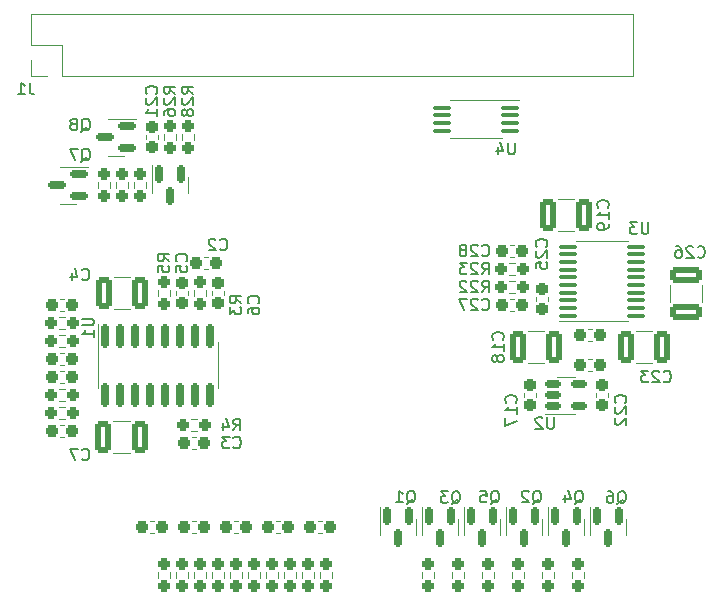
<source format=gbo>
G04 #@! TF.GenerationSoftware,KiCad,Pcbnew,(6.0.6)*
G04 #@! TF.CreationDate,2022-08-27T23:59:40+02:00*
G04 #@! TF.ProjectId,Phoniebox,50686f6e-6965-4626-9f78-2e6b69636164,rev?*
G04 #@! TF.SameCoordinates,Original*
G04 #@! TF.FileFunction,Legend,Bot*
G04 #@! TF.FilePolarity,Positive*
%FSLAX46Y46*%
G04 Gerber Fmt 4.6, Leading zero omitted, Abs format (unit mm)*
G04 Created by KiCad (PCBNEW (6.0.6)) date 2022-08-27 23:59:40*
%MOMM*%
%LPD*%
G01*
G04 APERTURE LIST*
G04 Aperture macros list*
%AMRoundRect*
0 Rectangle with rounded corners*
0 $1 Rounding radius*
0 $2 $3 $4 $5 $6 $7 $8 $9 X,Y pos of 4 corners*
0 Add a 4 corners polygon primitive as box body*
4,1,4,$2,$3,$4,$5,$6,$7,$8,$9,$2,$3,0*
0 Add four circle primitives for the rounded corners*
1,1,$1+$1,$2,$3*
1,1,$1+$1,$4,$5*
1,1,$1+$1,$6,$7*
1,1,$1+$1,$8,$9*
0 Add four rect primitives between the rounded corners*
20,1,$1+$1,$2,$3,$4,$5,0*
20,1,$1+$1,$4,$5,$6,$7,0*
20,1,$1+$1,$6,$7,$8,$9,0*
20,1,$1+$1,$8,$9,$2,$3,0*%
G04 Aperture macros list end*
%ADD10C,0.150000*%
%ADD11C,0.120000*%
%ADD12C,2.700000*%
%ADD13R,2.200000X2.200000*%
%ADD14C,2.200000*%
%ADD15O,0.950000X1.250000*%
%ADD16O,1.550000X0.890000*%
%ADD17R,1.700000X1.700000*%
%ADD18O,1.700000X1.700000*%
%ADD19RoundRect,0.237500X0.237500X-0.300000X0.237500X0.300000X-0.237500X0.300000X-0.237500X-0.300000X0*%
%ADD20RoundRect,0.237500X-0.237500X0.250000X-0.237500X-0.250000X0.237500X-0.250000X0.237500X0.250000X0*%
%ADD21RoundRect,0.237500X0.300000X0.237500X-0.300000X0.237500X-0.300000X-0.237500X0.300000X-0.237500X0*%
%ADD22RoundRect,0.150000X-0.150000X0.587500X-0.150000X-0.587500X0.150000X-0.587500X0.150000X0.587500X0*%
%ADD23RoundRect,0.100000X0.637500X0.100000X-0.637500X0.100000X-0.637500X-0.100000X0.637500X-0.100000X0*%
%ADD24RoundRect,0.237500X-0.300000X-0.237500X0.300000X-0.237500X0.300000X0.237500X-0.300000X0.237500X0*%
%ADD25RoundRect,0.237500X-0.237500X0.300000X-0.237500X-0.300000X0.237500X-0.300000X0.237500X0.300000X0*%
%ADD26RoundRect,0.237500X0.250000X0.237500X-0.250000X0.237500X-0.250000X-0.237500X0.250000X-0.237500X0*%
%ADD27RoundRect,0.250000X-0.412500X-1.100000X0.412500X-1.100000X0.412500X1.100000X-0.412500X1.100000X0*%
%ADD28RoundRect,0.237500X0.237500X-0.250000X0.237500X0.250000X-0.237500X0.250000X-0.237500X-0.250000X0*%
%ADD29RoundRect,0.100000X-0.637500X-0.100000X0.637500X-0.100000X0.637500X0.100000X-0.637500X0.100000X0*%
%ADD30RoundRect,0.150000X-0.150000X0.850000X-0.150000X-0.850000X0.150000X-0.850000X0.150000X0.850000X0*%
%ADD31RoundRect,0.250000X0.412500X1.100000X-0.412500X1.100000X-0.412500X-1.100000X0.412500X-1.100000X0*%
%ADD32RoundRect,0.150000X-0.512500X-0.150000X0.512500X-0.150000X0.512500X0.150000X-0.512500X0.150000X0*%
%ADD33RoundRect,0.150000X0.587500X0.150000X-0.587500X0.150000X-0.587500X-0.150000X0.587500X-0.150000X0*%
%ADD34RoundRect,0.250000X-1.100000X0.412500X-1.100000X-0.412500X1.100000X-0.412500X1.100000X0.412500X0*%
%ADD35RoundRect,0.237500X-0.250000X-0.237500X0.250000X-0.237500X0.250000X0.237500X-0.250000X0.237500X0*%
G04 APERTURE END LIST*
D10*
X106937333Y-50684380D02*
X106937333Y-51398666D01*
X106984952Y-51541523D01*
X107080190Y-51636761D01*
X107223047Y-51684380D01*
X107318285Y-51684380D01*
X105937333Y-51684380D02*
X106508761Y-51684380D01*
X106223047Y-51684380D02*
X106223047Y-50684380D01*
X106318285Y-50827238D01*
X106413523Y-50922476D01*
X106508761Y-50970095D01*
X126265142Y-69353333D02*
X126312761Y-69305714D01*
X126360380Y-69162857D01*
X126360380Y-69067619D01*
X126312761Y-68924761D01*
X126217523Y-68829523D01*
X126122285Y-68781904D01*
X125931809Y-68734285D01*
X125788952Y-68734285D01*
X125598476Y-68781904D01*
X125503238Y-68829523D01*
X125408000Y-68924761D01*
X125360380Y-69067619D01*
X125360380Y-69162857D01*
X125408000Y-69305714D01*
X125455619Y-69353333D01*
X125360380Y-70210476D02*
X125360380Y-70020000D01*
X125408000Y-69924761D01*
X125455619Y-69877142D01*
X125598476Y-69781904D01*
X125788952Y-69734285D01*
X126169904Y-69734285D01*
X126265142Y-69781904D01*
X126312761Y-69829523D01*
X126360380Y-69924761D01*
X126360380Y-70115238D01*
X126312761Y-70210476D01*
X126265142Y-70258095D01*
X126169904Y-70305714D01*
X125931809Y-70305714D01*
X125836571Y-70258095D01*
X125788952Y-70210476D01*
X125741333Y-70115238D01*
X125741333Y-69924761D01*
X125788952Y-69829523D01*
X125836571Y-69781904D01*
X125931809Y-69734285D01*
X119248380Y-51605142D02*
X118772190Y-51271809D01*
X119248380Y-51033714D02*
X118248380Y-51033714D01*
X118248380Y-51414666D01*
X118296000Y-51509904D01*
X118343619Y-51557523D01*
X118438857Y-51605142D01*
X118581714Y-51605142D01*
X118676952Y-51557523D01*
X118724571Y-51509904D01*
X118772190Y-51414666D01*
X118772190Y-51033714D01*
X118343619Y-51986095D02*
X118296000Y-52033714D01*
X118248380Y-52128952D01*
X118248380Y-52367047D01*
X118296000Y-52462285D01*
X118343619Y-52509904D01*
X118438857Y-52557523D01*
X118534095Y-52557523D01*
X118676952Y-52509904D01*
X119248380Y-51938476D01*
X119248380Y-52557523D01*
X118248380Y-53414666D02*
X118248380Y-53224190D01*
X118296000Y-53128952D01*
X118343619Y-53081333D01*
X118486476Y-52986095D01*
X118676952Y-52938476D01*
X119057904Y-52938476D01*
X119153142Y-52986095D01*
X119200761Y-53033714D01*
X119248380Y-53128952D01*
X119248380Y-53319428D01*
X119200761Y-53414666D01*
X119153142Y-53462285D01*
X119057904Y-53509904D01*
X118819809Y-53509904D01*
X118724571Y-53462285D01*
X118676952Y-53414666D01*
X118629333Y-53319428D01*
X118629333Y-53128952D01*
X118676952Y-53033714D01*
X118724571Y-52986095D01*
X118819809Y-52938476D01*
X145219857Y-69877142D02*
X145267476Y-69924761D01*
X145410333Y-69972380D01*
X145505571Y-69972380D01*
X145648428Y-69924761D01*
X145743666Y-69829523D01*
X145791285Y-69734285D01*
X145838904Y-69543809D01*
X145838904Y-69400952D01*
X145791285Y-69210476D01*
X145743666Y-69115238D01*
X145648428Y-69020000D01*
X145505571Y-68972380D01*
X145410333Y-68972380D01*
X145267476Y-69020000D01*
X145219857Y-69067619D01*
X144838904Y-69067619D02*
X144791285Y-69020000D01*
X144696047Y-68972380D01*
X144457952Y-68972380D01*
X144362714Y-69020000D01*
X144315095Y-69067619D01*
X144267476Y-69162857D01*
X144267476Y-69258095D01*
X144315095Y-69400952D01*
X144886523Y-69972380D01*
X144267476Y-69972380D01*
X143934142Y-68972380D02*
X143267476Y-68972380D01*
X143696047Y-69972380D01*
X142631238Y-86353619D02*
X142726476Y-86306000D01*
X142821714Y-86210761D01*
X142964571Y-86067904D01*
X143059809Y-86020285D01*
X143155047Y-86020285D01*
X143107428Y-86258380D02*
X143202666Y-86210761D01*
X143297904Y-86115523D01*
X143345523Y-85925047D01*
X143345523Y-85591714D01*
X143297904Y-85401238D01*
X143202666Y-85306000D01*
X143107428Y-85258380D01*
X142916952Y-85258380D01*
X142821714Y-85306000D01*
X142726476Y-85401238D01*
X142678857Y-85591714D01*
X142678857Y-85925047D01*
X142726476Y-86115523D01*
X142821714Y-86210761D01*
X142916952Y-86258380D01*
X143107428Y-86258380D01*
X142345523Y-85258380D02*
X141726476Y-85258380D01*
X142059809Y-85639333D01*
X141916952Y-85639333D01*
X141821714Y-85686952D01*
X141774095Y-85734571D01*
X141726476Y-85829809D01*
X141726476Y-86067904D01*
X141774095Y-86163142D01*
X141821714Y-86210761D01*
X141916952Y-86258380D01*
X142202666Y-86258380D01*
X142297904Y-86210761D01*
X142345523Y-86163142D01*
X148005904Y-55764380D02*
X148005904Y-56573904D01*
X147958285Y-56669142D01*
X147910666Y-56716761D01*
X147815428Y-56764380D01*
X147624952Y-56764380D01*
X147529714Y-56716761D01*
X147482095Y-56669142D01*
X147434476Y-56573904D01*
X147434476Y-55764380D01*
X146529714Y-56097714D02*
X146529714Y-56764380D01*
X146767809Y-55716761D02*
X147005904Y-56431047D01*
X146386857Y-56431047D01*
X120169142Y-65797333D02*
X120216761Y-65749714D01*
X120264380Y-65606857D01*
X120264380Y-65511619D01*
X120216761Y-65368761D01*
X120121523Y-65273523D01*
X120026285Y-65225904D01*
X119835809Y-65178285D01*
X119692952Y-65178285D01*
X119502476Y-65225904D01*
X119407238Y-65273523D01*
X119312000Y-65368761D01*
X119264380Y-65511619D01*
X119264380Y-65606857D01*
X119312000Y-65749714D01*
X119359619Y-65797333D01*
X119264380Y-66702095D02*
X119264380Y-66225904D01*
X119740571Y-66178285D01*
X119692952Y-66225904D01*
X119645333Y-66321142D01*
X119645333Y-66559238D01*
X119692952Y-66654476D01*
X119740571Y-66702095D01*
X119835809Y-66749714D01*
X120073904Y-66749714D01*
X120169142Y-66702095D01*
X120216761Y-66654476D01*
X120264380Y-66559238D01*
X120264380Y-66321142D01*
X120216761Y-66225904D01*
X120169142Y-66178285D01*
X155856142Y-61257142D02*
X155903761Y-61209523D01*
X155951380Y-61066666D01*
X155951380Y-60971428D01*
X155903761Y-60828571D01*
X155808523Y-60733333D01*
X155713285Y-60685714D01*
X155522809Y-60638095D01*
X155379952Y-60638095D01*
X155189476Y-60685714D01*
X155094238Y-60733333D01*
X154999000Y-60828571D01*
X154951380Y-60971428D01*
X154951380Y-61066666D01*
X154999000Y-61209523D01*
X155046619Y-61257142D01*
X155951380Y-62209523D02*
X155951380Y-61638095D01*
X155951380Y-61923809D02*
X154951380Y-61923809D01*
X155094238Y-61828571D01*
X155189476Y-61733333D01*
X155237095Y-61638095D01*
X155951380Y-62685714D02*
X155951380Y-62876190D01*
X155903761Y-62971428D01*
X155856142Y-63019047D01*
X155713285Y-63114285D01*
X155522809Y-63161904D01*
X155141857Y-63161904D01*
X155046619Y-63114285D01*
X154999000Y-63066666D01*
X154951380Y-62971428D01*
X154951380Y-62780952D01*
X154999000Y-62685714D01*
X155046619Y-62638095D01*
X155141857Y-62590476D01*
X155379952Y-62590476D01*
X155475190Y-62638095D01*
X155522809Y-62685714D01*
X155570428Y-62780952D01*
X155570428Y-62971428D01*
X155522809Y-63066666D01*
X155475190Y-63114285D01*
X155379952Y-63161904D01*
X156665238Y-86358619D02*
X156760476Y-86311000D01*
X156855714Y-86215761D01*
X156998571Y-86072904D01*
X157093809Y-86025285D01*
X157189047Y-86025285D01*
X157141428Y-86263380D02*
X157236666Y-86215761D01*
X157331904Y-86120523D01*
X157379523Y-85930047D01*
X157379523Y-85596714D01*
X157331904Y-85406238D01*
X157236666Y-85311000D01*
X157141428Y-85263380D01*
X156950952Y-85263380D01*
X156855714Y-85311000D01*
X156760476Y-85406238D01*
X156712857Y-85596714D01*
X156712857Y-85930047D01*
X156760476Y-86120523D01*
X156855714Y-86215761D01*
X156950952Y-86263380D01*
X157141428Y-86263380D01*
X155855714Y-85263380D02*
X156046190Y-85263380D01*
X156141428Y-85311000D01*
X156189047Y-85358619D01*
X156284285Y-85501476D01*
X156331904Y-85691952D01*
X156331904Y-86072904D01*
X156284285Y-86168142D01*
X156236666Y-86215761D01*
X156141428Y-86263380D01*
X155950952Y-86263380D01*
X155855714Y-86215761D01*
X155808095Y-86168142D01*
X155760476Y-86072904D01*
X155760476Y-85834809D01*
X155808095Y-85739571D01*
X155855714Y-85691952D01*
X155950952Y-85644333D01*
X156141428Y-85644333D01*
X156236666Y-85691952D01*
X156284285Y-85739571D01*
X156331904Y-85834809D01*
X159308904Y-62495380D02*
X159308904Y-63304904D01*
X159261285Y-63400142D01*
X159213666Y-63447761D01*
X159118428Y-63495380D01*
X158927952Y-63495380D01*
X158832714Y-63447761D01*
X158785095Y-63400142D01*
X158737476Y-63304904D01*
X158737476Y-62495380D01*
X158356523Y-62495380D02*
X157737476Y-62495380D01*
X158070809Y-62876333D01*
X157927952Y-62876333D01*
X157832714Y-62923952D01*
X157785095Y-62971571D01*
X157737476Y-63066809D01*
X157737476Y-63304904D01*
X157785095Y-63400142D01*
X157832714Y-63447761D01*
X157927952Y-63495380D01*
X158213666Y-63495380D01*
X158308904Y-63447761D01*
X158356523Y-63400142D01*
X148068142Y-77767142D02*
X148115761Y-77719523D01*
X148163380Y-77576666D01*
X148163380Y-77481428D01*
X148115761Y-77338571D01*
X148020523Y-77243333D01*
X147925285Y-77195714D01*
X147734809Y-77148095D01*
X147591952Y-77148095D01*
X147401476Y-77195714D01*
X147306238Y-77243333D01*
X147211000Y-77338571D01*
X147163380Y-77481428D01*
X147163380Y-77576666D01*
X147211000Y-77719523D01*
X147258619Y-77767142D01*
X148163380Y-78719523D02*
X148163380Y-78148095D01*
X148163380Y-78433809D02*
X147163380Y-78433809D01*
X147306238Y-78338571D01*
X147401476Y-78243333D01*
X147449095Y-78148095D01*
X147163380Y-79052857D02*
X147163380Y-79719523D01*
X148163380Y-79290952D01*
X149498238Y-86323619D02*
X149593476Y-86276000D01*
X149688714Y-86180761D01*
X149831571Y-86037904D01*
X149926809Y-85990285D01*
X150022047Y-85990285D01*
X149974428Y-86228380D02*
X150069666Y-86180761D01*
X150164904Y-86085523D01*
X150212523Y-85895047D01*
X150212523Y-85561714D01*
X150164904Y-85371238D01*
X150069666Y-85276000D01*
X149974428Y-85228380D01*
X149783952Y-85228380D01*
X149688714Y-85276000D01*
X149593476Y-85371238D01*
X149545857Y-85561714D01*
X149545857Y-85895047D01*
X149593476Y-86085523D01*
X149688714Y-86180761D01*
X149783952Y-86228380D01*
X149974428Y-86228380D01*
X149164904Y-85323619D02*
X149117285Y-85276000D01*
X149022047Y-85228380D01*
X148783952Y-85228380D01*
X148688714Y-85276000D01*
X148641095Y-85323619D01*
X148593476Y-85418857D01*
X148593476Y-85514095D01*
X148641095Y-85656952D01*
X149212523Y-86228380D01*
X148593476Y-86228380D01*
X145942238Y-86323619D02*
X146037476Y-86276000D01*
X146132714Y-86180761D01*
X146275571Y-86037904D01*
X146370809Y-85990285D01*
X146466047Y-85990285D01*
X146418428Y-86228380D02*
X146513666Y-86180761D01*
X146608904Y-86085523D01*
X146656523Y-85895047D01*
X146656523Y-85561714D01*
X146608904Y-85371238D01*
X146513666Y-85276000D01*
X146418428Y-85228380D01*
X146227952Y-85228380D01*
X146132714Y-85276000D01*
X146037476Y-85371238D01*
X145989857Y-85561714D01*
X145989857Y-85895047D01*
X146037476Y-86085523D01*
X146132714Y-86180761D01*
X146227952Y-86228380D01*
X146418428Y-86228380D01*
X145085095Y-85228380D02*
X145561285Y-85228380D01*
X145608904Y-85704571D01*
X145561285Y-85656952D01*
X145466047Y-85609333D01*
X145227952Y-85609333D01*
X145132714Y-85656952D01*
X145085095Y-85704571D01*
X145037476Y-85799809D01*
X145037476Y-86037904D01*
X145085095Y-86133142D01*
X145132714Y-86180761D01*
X145227952Y-86228380D01*
X145466047Y-86228380D01*
X145561285Y-86180761D01*
X145608904Y-86133142D01*
X160586857Y-75973142D02*
X160634476Y-76020761D01*
X160777333Y-76068380D01*
X160872571Y-76068380D01*
X161015428Y-76020761D01*
X161110666Y-75925523D01*
X161158285Y-75830285D01*
X161205904Y-75639809D01*
X161205904Y-75496952D01*
X161158285Y-75306476D01*
X161110666Y-75211238D01*
X161015428Y-75116000D01*
X160872571Y-75068380D01*
X160777333Y-75068380D01*
X160634476Y-75116000D01*
X160586857Y-75163619D01*
X160205904Y-75163619D02*
X160158285Y-75116000D01*
X160063047Y-75068380D01*
X159824952Y-75068380D01*
X159729714Y-75116000D01*
X159682095Y-75163619D01*
X159634476Y-75258857D01*
X159634476Y-75354095D01*
X159682095Y-75496952D01*
X160253523Y-76068380D01*
X159634476Y-76068380D01*
X159301142Y-75068380D02*
X158682095Y-75068380D01*
X159015428Y-75449333D01*
X158872571Y-75449333D01*
X158777333Y-75496952D01*
X158729714Y-75544571D01*
X158682095Y-75639809D01*
X158682095Y-75877904D01*
X158729714Y-75973142D01*
X158777333Y-76020761D01*
X158872571Y-76068380D01*
X159158285Y-76068380D01*
X159253523Y-76020761D01*
X159301142Y-75973142D01*
X111332380Y-70663095D02*
X112141904Y-70663095D01*
X112237142Y-70710714D01*
X112284761Y-70758333D01*
X112332380Y-70853571D01*
X112332380Y-71044047D01*
X112284761Y-71139285D01*
X112237142Y-71186904D01*
X112141904Y-71234523D01*
X111332380Y-71234523D01*
X112332380Y-72234523D02*
X112332380Y-71663095D01*
X112332380Y-71948809D02*
X111332380Y-71948809D01*
X111475238Y-71853571D01*
X111570476Y-71758333D01*
X111618095Y-71663095D01*
X146966142Y-72433142D02*
X147013761Y-72385523D01*
X147061380Y-72242666D01*
X147061380Y-72147428D01*
X147013761Y-72004571D01*
X146918523Y-71909333D01*
X146823285Y-71861714D01*
X146632809Y-71814095D01*
X146489952Y-71814095D01*
X146299476Y-71861714D01*
X146204238Y-71909333D01*
X146109000Y-72004571D01*
X146061380Y-72147428D01*
X146061380Y-72242666D01*
X146109000Y-72385523D01*
X146156619Y-72433142D01*
X147061380Y-73385523D02*
X147061380Y-72814095D01*
X147061380Y-73099809D02*
X146061380Y-73099809D01*
X146204238Y-73004571D01*
X146299476Y-72909333D01*
X146347095Y-72814095D01*
X146489952Y-73956952D02*
X146442333Y-73861714D01*
X146394714Y-73814095D01*
X146299476Y-73766476D01*
X146251857Y-73766476D01*
X146156619Y-73814095D01*
X146109000Y-73861714D01*
X146061380Y-73956952D01*
X146061380Y-74147428D01*
X146109000Y-74242666D01*
X146156619Y-74290285D01*
X146251857Y-74337904D01*
X146299476Y-74337904D01*
X146394714Y-74290285D01*
X146442333Y-74242666D01*
X146489952Y-74147428D01*
X146489952Y-73956952D01*
X146537571Y-73861714D01*
X146585190Y-73814095D01*
X146680428Y-73766476D01*
X146870904Y-73766476D01*
X146966142Y-73814095D01*
X147013761Y-73861714D01*
X147061380Y-73956952D01*
X147061380Y-74147428D01*
X147013761Y-74242666D01*
X146966142Y-74290285D01*
X146870904Y-74337904D01*
X146680428Y-74337904D01*
X146585190Y-74290285D01*
X146537571Y-74242666D01*
X146489952Y-74147428D01*
X151313404Y-78992380D02*
X151313404Y-79801904D01*
X151265785Y-79897142D01*
X151218166Y-79944761D01*
X151122928Y-79992380D01*
X150932452Y-79992380D01*
X150837214Y-79944761D01*
X150789595Y-79897142D01*
X150741976Y-79801904D01*
X150741976Y-78992380D01*
X150313404Y-79087619D02*
X150265785Y-79040000D01*
X150170547Y-78992380D01*
X149932452Y-78992380D01*
X149837214Y-79040000D01*
X149789595Y-79087619D01*
X149741976Y-79182857D01*
X149741976Y-79278095D01*
X149789595Y-79420952D01*
X150361023Y-79992380D01*
X149741976Y-79992380D01*
X157339142Y-77767142D02*
X157386761Y-77719523D01*
X157434380Y-77576666D01*
X157434380Y-77481428D01*
X157386761Y-77338571D01*
X157291523Y-77243333D01*
X157196285Y-77195714D01*
X157005809Y-77148095D01*
X156862952Y-77148095D01*
X156672476Y-77195714D01*
X156577238Y-77243333D01*
X156482000Y-77338571D01*
X156434380Y-77481428D01*
X156434380Y-77576666D01*
X156482000Y-77719523D01*
X156529619Y-77767142D01*
X156529619Y-78148095D02*
X156482000Y-78195714D01*
X156434380Y-78290952D01*
X156434380Y-78529047D01*
X156482000Y-78624285D01*
X156529619Y-78671904D01*
X156624857Y-78719523D01*
X156720095Y-78719523D01*
X156862952Y-78671904D01*
X157434380Y-78100476D01*
X157434380Y-78719523D01*
X156529619Y-79100476D02*
X156482000Y-79148095D01*
X156434380Y-79243333D01*
X156434380Y-79481428D01*
X156482000Y-79576666D01*
X156529619Y-79624285D01*
X156624857Y-79671904D01*
X156720095Y-79671904D01*
X156862952Y-79624285D01*
X157434380Y-79052857D01*
X157434380Y-79671904D01*
X150649142Y-64559142D02*
X150696761Y-64511523D01*
X150744380Y-64368666D01*
X150744380Y-64273428D01*
X150696761Y-64130571D01*
X150601523Y-64035333D01*
X150506285Y-63987714D01*
X150315809Y-63940095D01*
X150172952Y-63940095D01*
X149982476Y-63987714D01*
X149887238Y-64035333D01*
X149792000Y-64130571D01*
X149744380Y-64273428D01*
X149744380Y-64368666D01*
X149792000Y-64511523D01*
X149839619Y-64559142D01*
X149839619Y-64940095D02*
X149792000Y-64987714D01*
X149744380Y-65082952D01*
X149744380Y-65321047D01*
X149792000Y-65416285D01*
X149839619Y-65463904D01*
X149934857Y-65511523D01*
X150030095Y-65511523D01*
X150172952Y-65463904D01*
X150744380Y-64892476D01*
X150744380Y-65511523D01*
X149744380Y-66416285D02*
X149744380Y-65940095D01*
X150220571Y-65892476D01*
X150172952Y-65940095D01*
X150125333Y-66035333D01*
X150125333Y-66273428D01*
X150172952Y-66368666D01*
X150220571Y-66416285D01*
X150315809Y-66463904D01*
X150553904Y-66463904D01*
X150649142Y-66416285D01*
X150696761Y-66368666D01*
X150744380Y-66273428D01*
X150744380Y-66035333D01*
X150696761Y-65940095D01*
X150649142Y-65892476D01*
X111271238Y-54827619D02*
X111366476Y-54780000D01*
X111461714Y-54684761D01*
X111604571Y-54541904D01*
X111699809Y-54494285D01*
X111795047Y-54494285D01*
X111747428Y-54732380D02*
X111842666Y-54684761D01*
X111937904Y-54589523D01*
X111985523Y-54399047D01*
X111985523Y-54065714D01*
X111937904Y-53875238D01*
X111842666Y-53780000D01*
X111747428Y-53732380D01*
X111556952Y-53732380D01*
X111461714Y-53780000D01*
X111366476Y-53875238D01*
X111318857Y-54065714D01*
X111318857Y-54399047D01*
X111366476Y-54589523D01*
X111461714Y-54684761D01*
X111556952Y-54732380D01*
X111747428Y-54732380D01*
X110747428Y-54160952D02*
X110842666Y-54113333D01*
X110890285Y-54065714D01*
X110937904Y-53970476D01*
X110937904Y-53922857D01*
X110890285Y-53827619D01*
X110842666Y-53780000D01*
X110747428Y-53732380D01*
X110556952Y-53732380D01*
X110461714Y-53780000D01*
X110414095Y-53827619D01*
X110366476Y-53922857D01*
X110366476Y-53970476D01*
X110414095Y-54065714D01*
X110461714Y-54113333D01*
X110556952Y-54160952D01*
X110747428Y-54160952D01*
X110842666Y-54208571D01*
X110890285Y-54256190D01*
X110937904Y-54351428D01*
X110937904Y-54541904D01*
X110890285Y-54637142D01*
X110842666Y-54684761D01*
X110747428Y-54732380D01*
X110556952Y-54732380D01*
X110461714Y-54684761D01*
X110414095Y-54637142D01*
X110366476Y-54541904D01*
X110366476Y-54351428D01*
X110414095Y-54256190D01*
X110461714Y-54208571D01*
X110556952Y-54160952D01*
X111342666Y-67337142D02*
X111390285Y-67384761D01*
X111533142Y-67432380D01*
X111628380Y-67432380D01*
X111771238Y-67384761D01*
X111866476Y-67289523D01*
X111914095Y-67194285D01*
X111961714Y-67003809D01*
X111961714Y-66860952D01*
X111914095Y-66670476D01*
X111866476Y-66575238D01*
X111771238Y-66480000D01*
X111628380Y-66432380D01*
X111533142Y-66432380D01*
X111390285Y-66480000D01*
X111342666Y-66527619D01*
X110485523Y-66765714D02*
X110485523Y-67432380D01*
X110723619Y-66384761D02*
X110961714Y-67099047D01*
X110342666Y-67099047D01*
X145219857Y-68448380D02*
X145553190Y-67972190D01*
X145791285Y-68448380D02*
X145791285Y-67448380D01*
X145410333Y-67448380D01*
X145315095Y-67496000D01*
X145267476Y-67543619D01*
X145219857Y-67638857D01*
X145219857Y-67781714D01*
X145267476Y-67876952D01*
X145315095Y-67924571D01*
X145410333Y-67972190D01*
X145791285Y-67972190D01*
X144838904Y-67543619D02*
X144791285Y-67496000D01*
X144696047Y-67448380D01*
X144457952Y-67448380D01*
X144362714Y-67496000D01*
X144315095Y-67543619D01*
X144267476Y-67638857D01*
X144267476Y-67734095D01*
X144315095Y-67876952D01*
X144886523Y-68448380D01*
X144267476Y-68448380D01*
X143886523Y-67543619D02*
X143838904Y-67496000D01*
X143743666Y-67448380D01*
X143505571Y-67448380D01*
X143410333Y-67496000D01*
X143362714Y-67543619D01*
X143315095Y-67638857D01*
X143315095Y-67734095D01*
X143362714Y-67876952D01*
X143934142Y-68448380D01*
X143315095Y-68448380D01*
X123026666Y-64797142D02*
X123074285Y-64844761D01*
X123217142Y-64892380D01*
X123312380Y-64892380D01*
X123455238Y-64844761D01*
X123550476Y-64749523D01*
X123598095Y-64654285D01*
X123645714Y-64463809D01*
X123645714Y-64320952D01*
X123598095Y-64130476D01*
X123550476Y-64035238D01*
X123455238Y-63940000D01*
X123312380Y-63892380D01*
X123217142Y-63892380D01*
X123074285Y-63940000D01*
X123026666Y-63987619D01*
X122645714Y-63987619D02*
X122598095Y-63940000D01*
X122502857Y-63892380D01*
X122264761Y-63892380D01*
X122169523Y-63940000D01*
X122121904Y-63987619D01*
X122074285Y-64082857D01*
X122074285Y-64178095D01*
X122121904Y-64320952D01*
X122693333Y-64892380D01*
X122074285Y-64892380D01*
X117629142Y-51605142D02*
X117676761Y-51557523D01*
X117724380Y-51414666D01*
X117724380Y-51319428D01*
X117676761Y-51176571D01*
X117581523Y-51081333D01*
X117486285Y-51033714D01*
X117295809Y-50986095D01*
X117152952Y-50986095D01*
X116962476Y-51033714D01*
X116867238Y-51081333D01*
X116772000Y-51176571D01*
X116724380Y-51319428D01*
X116724380Y-51414666D01*
X116772000Y-51557523D01*
X116819619Y-51605142D01*
X116819619Y-51986095D02*
X116772000Y-52033714D01*
X116724380Y-52128952D01*
X116724380Y-52367047D01*
X116772000Y-52462285D01*
X116819619Y-52509904D01*
X116914857Y-52557523D01*
X117010095Y-52557523D01*
X117152952Y-52509904D01*
X117724380Y-51938476D01*
X117724380Y-52557523D01*
X117724380Y-53509904D02*
X117724380Y-52938476D01*
X117724380Y-53224190D02*
X116724380Y-53224190D01*
X116867238Y-53128952D01*
X116962476Y-53033714D01*
X117010095Y-52938476D01*
X120772380Y-51605142D02*
X120296190Y-51271809D01*
X120772380Y-51033714D02*
X119772380Y-51033714D01*
X119772380Y-51414666D01*
X119820000Y-51509904D01*
X119867619Y-51557523D01*
X119962857Y-51605142D01*
X120105714Y-51605142D01*
X120200952Y-51557523D01*
X120248571Y-51509904D01*
X120296190Y-51414666D01*
X120296190Y-51033714D01*
X119867619Y-51986095D02*
X119820000Y-52033714D01*
X119772380Y-52128952D01*
X119772380Y-52367047D01*
X119820000Y-52462285D01*
X119867619Y-52509904D01*
X119962857Y-52557523D01*
X120058095Y-52557523D01*
X120200952Y-52509904D01*
X120772380Y-51938476D01*
X120772380Y-52557523D01*
X120200952Y-53128952D02*
X120153333Y-53033714D01*
X120105714Y-52986095D01*
X120010476Y-52938476D01*
X119962857Y-52938476D01*
X119867619Y-52986095D01*
X119820000Y-53033714D01*
X119772380Y-53128952D01*
X119772380Y-53319428D01*
X119820000Y-53414666D01*
X119867619Y-53462285D01*
X119962857Y-53509904D01*
X120010476Y-53509904D01*
X120105714Y-53462285D01*
X120153333Y-53414666D01*
X120200952Y-53319428D01*
X120200952Y-53128952D01*
X120248571Y-53033714D01*
X120296190Y-52986095D01*
X120391428Y-52938476D01*
X120581904Y-52938476D01*
X120677142Y-52986095D01*
X120724761Y-53033714D01*
X120772380Y-53128952D01*
X120772380Y-53319428D01*
X120724761Y-53414666D01*
X120677142Y-53462285D01*
X120581904Y-53509904D01*
X120391428Y-53509904D01*
X120296190Y-53462285D01*
X120248571Y-53414666D01*
X120200952Y-53319428D01*
X124836380Y-69353333D02*
X124360190Y-69020000D01*
X124836380Y-68781904D02*
X123836380Y-68781904D01*
X123836380Y-69162857D01*
X123884000Y-69258095D01*
X123931619Y-69305714D01*
X124026857Y-69353333D01*
X124169714Y-69353333D01*
X124264952Y-69305714D01*
X124312571Y-69258095D01*
X124360190Y-69162857D01*
X124360190Y-68781904D01*
X123836380Y-69686666D02*
X123836380Y-70305714D01*
X124217333Y-69972380D01*
X124217333Y-70115238D01*
X124264952Y-70210476D01*
X124312571Y-70258095D01*
X124407809Y-70305714D01*
X124645904Y-70305714D01*
X124741142Y-70258095D01*
X124788761Y-70210476D01*
X124836380Y-70115238D01*
X124836380Y-69829523D01*
X124788761Y-69734285D01*
X124741142Y-69686666D01*
X138830238Y-86323619D02*
X138925476Y-86276000D01*
X139020714Y-86180761D01*
X139163571Y-86037904D01*
X139258809Y-85990285D01*
X139354047Y-85990285D01*
X139306428Y-86228380D02*
X139401666Y-86180761D01*
X139496904Y-86085523D01*
X139544523Y-85895047D01*
X139544523Y-85561714D01*
X139496904Y-85371238D01*
X139401666Y-85276000D01*
X139306428Y-85228380D01*
X139115952Y-85228380D01*
X139020714Y-85276000D01*
X138925476Y-85371238D01*
X138877857Y-85561714D01*
X138877857Y-85895047D01*
X138925476Y-86085523D01*
X139020714Y-86180761D01*
X139115952Y-86228380D01*
X139306428Y-86228380D01*
X137925476Y-86228380D02*
X138496904Y-86228380D01*
X138211190Y-86228380D02*
X138211190Y-85228380D01*
X138306428Y-85371238D01*
X138401666Y-85466476D01*
X138496904Y-85514095D01*
X153054238Y-86323619D02*
X153149476Y-86276000D01*
X153244714Y-86180761D01*
X153387571Y-86037904D01*
X153482809Y-85990285D01*
X153578047Y-85990285D01*
X153530428Y-86228380D02*
X153625666Y-86180761D01*
X153720904Y-86085523D01*
X153768523Y-85895047D01*
X153768523Y-85561714D01*
X153720904Y-85371238D01*
X153625666Y-85276000D01*
X153530428Y-85228380D01*
X153339952Y-85228380D01*
X153244714Y-85276000D01*
X153149476Y-85371238D01*
X153101857Y-85561714D01*
X153101857Y-85895047D01*
X153149476Y-86085523D01*
X153244714Y-86180761D01*
X153339952Y-86228380D01*
X153530428Y-86228380D01*
X152244714Y-85561714D02*
X152244714Y-86228380D01*
X152482809Y-85180761D02*
X152720904Y-85895047D01*
X152101857Y-85895047D01*
X124169666Y-81561142D02*
X124217285Y-81608761D01*
X124360142Y-81656380D01*
X124455380Y-81656380D01*
X124598238Y-81608761D01*
X124693476Y-81513523D01*
X124741095Y-81418285D01*
X124788714Y-81227809D01*
X124788714Y-81084952D01*
X124741095Y-80894476D01*
X124693476Y-80799238D01*
X124598238Y-80704000D01*
X124455380Y-80656380D01*
X124360142Y-80656380D01*
X124217285Y-80704000D01*
X124169666Y-80751619D01*
X123836333Y-80656380D02*
X123217285Y-80656380D01*
X123550619Y-81037333D01*
X123407761Y-81037333D01*
X123312523Y-81084952D01*
X123264904Y-81132571D01*
X123217285Y-81227809D01*
X123217285Y-81465904D01*
X123264904Y-81561142D01*
X123312523Y-81608761D01*
X123407761Y-81656380D01*
X123693476Y-81656380D01*
X123788714Y-81608761D01*
X123836333Y-81561142D01*
X111342666Y-82577142D02*
X111390285Y-82624761D01*
X111533142Y-82672380D01*
X111628380Y-82672380D01*
X111771238Y-82624761D01*
X111866476Y-82529523D01*
X111914095Y-82434285D01*
X111961714Y-82243809D01*
X111961714Y-82100952D01*
X111914095Y-81910476D01*
X111866476Y-81815238D01*
X111771238Y-81720000D01*
X111628380Y-81672380D01*
X111533142Y-81672380D01*
X111390285Y-81720000D01*
X111342666Y-81767619D01*
X111009333Y-81672380D02*
X110342666Y-81672380D01*
X110771238Y-82672380D01*
X111271238Y-57367619D02*
X111366476Y-57320000D01*
X111461714Y-57224761D01*
X111604571Y-57081904D01*
X111699809Y-57034285D01*
X111795047Y-57034285D01*
X111747428Y-57272380D02*
X111842666Y-57224761D01*
X111937904Y-57129523D01*
X111985523Y-56939047D01*
X111985523Y-56605714D01*
X111937904Y-56415238D01*
X111842666Y-56320000D01*
X111747428Y-56272380D01*
X111556952Y-56272380D01*
X111461714Y-56320000D01*
X111366476Y-56415238D01*
X111318857Y-56605714D01*
X111318857Y-56939047D01*
X111366476Y-57129523D01*
X111461714Y-57224761D01*
X111556952Y-57272380D01*
X111747428Y-57272380D01*
X110985523Y-56272380D02*
X110318857Y-56272380D01*
X110747428Y-57272380D01*
X118740380Y-65797333D02*
X118264190Y-65464000D01*
X118740380Y-65225904D02*
X117740380Y-65225904D01*
X117740380Y-65606857D01*
X117788000Y-65702095D01*
X117835619Y-65749714D01*
X117930857Y-65797333D01*
X118073714Y-65797333D01*
X118168952Y-65749714D01*
X118216571Y-65702095D01*
X118264190Y-65606857D01*
X118264190Y-65225904D01*
X117740380Y-66702095D02*
X117740380Y-66225904D01*
X118216571Y-66178285D01*
X118168952Y-66225904D01*
X118121333Y-66321142D01*
X118121333Y-66559238D01*
X118168952Y-66654476D01*
X118216571Y-66702095D01*
X118311809Y-66749714D01*
X118549904Y-66749714D01*
X118645142Y-66702095D01*
X118692761Y-66654476D01*
X118740380Y-66559238D01*
X118740380Y-66321142D01*
X118692761Y-66225904D01*
X118645142Y-66178285D01*
X163469357Y-65416142D02*
X163516976Y-65463761D01*
X163659833Y-65511380D01*
X163755071Y-65511380D01*
X163897928Y-65463761D01*
X163993166Y-65368523D01*
X164040785Y-65273285D01*
X164088404Y-65082809D01*
X164088404Y-64939952D01*
X164040785Y-64749476D01*
X163993166Y-64654238D01*
X163897928Y-64559000D01*
X163755071Y-64511380D01*
X163659833Y-64511380D01*
X163516976Y-64559000D01*
X163469357Y-64606619D01*
X163088404Y-64606619D02*
X163040785Y-64559000D01*
X162945547Y-64511380D01*
X162707452Y-64511380D01*
X162612214Y-64559000D01*
X162564595Y-64606619D01*
X162516976Y-64701857D01*
X162516976Y-64797095D01*
X162564595Y-64939952D01*
X163136023Y-65511380D01*
X162516976Y-65511380D01*
X161659833Y-64511380D02*
X161850309Y-64511380D01*
X161945547Y-64559000D01*
X161993166Y-64606619D01*
X162088404Y-64749476D01*
X162136023Y-64939952D01*
X162136023Y-65320904D01*
X162088404Y-65416142D01*
X162040785Y-65463761D01*
X161945547Y-65511380D01*
X161755071Y-65511380D01*
X161659833Y-65463761D01*
X161612214Y-65416142D01*
X161564595Y-65320904D01*
X161564595Y-65082809D01*
X161612214Y-64987571D01*
X161659833Y-64939952D01*
X161755071Y-64892333D01*
X161945547Y-64892333D01*
X162040785Y-64939952D01*
X162088404Y-64987571D01*
X162136023Y-65082809D01*
X145219857Y-66924380D02*
X145553190Y-66448190D01*
X145791285Y-66924380D02*
X145791285Y-65924380D01*
X145410333Y-65924380D01*
X145315095Y-65972000D01*
X145267476Y-66019619D01*
X145219857Y-66114857D01*
X145219857Y-66257714D01*
X145267476Y-66352952D01*
X145315095Y-66400571D01*
X145410333Y-66448190D01*
X145791285Y-66448190D01*
X144838904Y-66019619D02*
X144791285Y-65972000D01*
X144696047Y-65924380D01*
X144457952Y-65924380D01*
X144362714Y-65972000D01*
X144315095Y-66019619D01*
X144267476Y-66114857D01*
X144267476Y-66210095D01*
X144315095Y-66352952D01*
X144886523Y-66924380D01*
X144267476Y-66924380D01*
X143934142Y-65924380D02*
X143315095Y-65924380D01*
X143648428Y-66305333D01*
X143505571Y-66305333D01*
X143410333Y-66352952D01*
X143362714Y-66400571D01*
X143315095Y-66495809D01*
X143315095Y-66733904D01*
X143362714Y-66829142D01*
X143410333Y-66876761D01*
X143505571Y-66924380D01*
X143791285Y-66924380D01*
X143886523Y-66876761D01*
X143934142Y-66829142D01*
X145219857Y-65305142D02*
X145267476Y-65352761D01*
X145410333Y-65400380D01*
X145505571Y-65400380D01*
X145648428Y-65352761D01*
X145743666Y-65257523D01*
X145791285Y-65162285D01*
X145838904Y-64971809D01*
X145838904Y-64828952D01*
X145791285Y-64638476D01*
X145743666Y-64543238D01*
X145648428Y-64448000D01*
X145505571Y-64400380D01*
X145410333Y-64400380D01*
X145267476Y-64448000D01*
X145219857Y-64495619D01*
X144838904Y-64495619D02*
X144791285Y-64448000D01*
X144696047Y-64400380D01*
X144457952Y-64400380D01*
X144362714Y-64448000D01*
X144315095Y-64495619D01*
X144267476Y-64590857D01*
X144267476Y-64686095D01*
X144315095Y-64828952D01*
X144886523Y-65400380D01*
X144267476Y-65400380D01*
X143696047Y-64828952D02*
X143791285Y-64781333D01*
X143838904Y-64733714D01*
X143886523Y-64638476D01*
X143886523Y-64590857D01*
X143838904Y-64495619D01*
X143791285Y-64448000D01*
X143696047Y-64400380D01*
X143505571Y-64400380D01*
X143410333Y-64448000D01*
X143362714Y-64495619D01*
X143315095Y-64590857D01*
X143315095Y-64638476D01*
X143362714Y-64733714D01*
X143410333Y-64781333D01*
X143505571Y-64828952D01*
X143696047Y-64828952D01*
X143791285Y-64876571D01*
X143838904Y-64924190D01*
X143886523Y-65019428D01*
X143886523Y-65209904D01*
X143838904Y-65305142D01*
X143791285Y-65352761D01*
X143696047Y-65400380D01*
X143505571Y-65400380D01*
X143410333Y-65352761D01*
X143362714Y-65305142D01*
X143315095Y-65209904D01*
X143315095Y-65019428D01*
X143362714Y-64924190D01*
X143410333Y-64876571D01*
X143505571Y-64828952D01*
X124169666Y-80132380D02*
X124503000Y-79656190D01*
X124741095Y-80132380D02*
X124741095Y-79132380D01*
X124360142Y-79132380D01*
X124264904Y-79180000D01*
X124217285Y-79227619D01*
X124169666Y-79322857D01*
X124169666Y-79465714D01*
X124217285Y-79560952D01*
X124264904Y-79608571D01*
X124360142Y-79656190D01*
X124741095Y-79656190D01*
X123312523Y-79465714D02*
X123312523Y-80132380D01*
X123550619Y-79084761D02*
X123788714Y-79799047D01*
X123169666Y-79799047D01*
D11*
X109640000Y-50100000D02*
X157960000Y-50100000D01*
X109640000Y-47500000D02*
X109640000Y-50100000D01*
X107040000Y-44900000D02*
X157960000Y-44900000D01*
X157960000Y-44900000D02*
X157960000Y-50100000D01*
X107040000Y-48770000D02*
X107040000Y-50100000D01*
X107040000Y-44900000D02*
X107040000Y-47500000D01*
X107040000Y-50100000D02*
X108370000Y-50100000D01*
X107040000Y-47500000D02*
X109640000Y-47500000D01*
X122350000Y-68650267D02*
X122350000Y-68357733D01*
X123370000Y-68650267D02*
X123370000Y-68357733D01*
X119318500Y-55041276D02*
X119318500Y-55550724D01*
X118273500Y-55041276D02*
X118273500Y-55550724D01*
X147898267Y-69010000D02*
X147605733Y-69010000D01*
X147898267Y-70030000D02*
X147605733Y-70030000D01*
X129957500Y-92125276D02*
X129957500Y-92634724D01*
X131002500Y-92125276D02*
X131002500Y-92634724D01*
X140096000Y-88316000D02*
X140096000Y-86641000D01*
X143216000Y-88316000D02*
X143216000Y-88966000D01*
X143216000Y-88316000D02*
X143216000Y-87666000D01*
X140096000Y-88316000D02*
X140096000Y-88966000D01*
X144704000Y-55382000D02*
X146904000Y-55382000D01*
X144704000Y-52162000D02*
X148304000Y-52162000D01*
X144704000Y-55382000D02*
X142504000Y-55382000D01*
X144704000Y-52162000D02*
X142504000Y-52162000D01*
X109505733Y-76126000D02*
X109798267Y-76126000D01*
X109505733Y-75106000D02*
X109798267Y-75106000D01*
X119302000Y-68357733D02*
X119302000Y-68650267D01*
X120322000Y-68357733D02*
X120322000Y-68650267D01*
X109906724Y-78141500D02*
X109397276Y-78141500D01*
X109906724Y-79186500D02*
X109397276Y-79186500D01*
X151612748Y-63260000D02*
X153035252Y-63260000D01*
X151612748Y-60540000D02*
X153035252Y-60540000D01*
X154320000Y-88316000D02*
X154320000Y-86641000D01*
X157440000Y-88316000D02*
X157440000Y-88966000D01*
X154320000Y-88316000D02*
X154320000Y-88966000D01*
X157440000Y-88316000D02*
X157440000Y-87666000D01*
X152817500Y-92125276D02*
X152817500Y-92634724D01*
X153862500Y-92125276D02*
X153862500Y-92634724D01*
X129478500Y-92634724D02*
X129478500Y-92125276D01*
X128433500Y-92634724D02*
X128433500Y-92125276D01*
X109906724Y-72045500D02*
X109397276Y-72045500D01*
X109906724Y-73090500D02*
X109397276Y-73090500D01*
X145197500Y-92125276D02*
X145197500Y-92634724D01*
X146242500Y-92125276D02*
X146242500Y-92634724D01*
X132526500Y-92634724D02*
X132526500Y-92125276D01*
X131481500Y-92634724D02*
X131481500Y-92125276D01*
X155372000Y-70873000D02*
X157572000Y-70873000D01*
X155372000Y-70873000D02*
X151772000Y-70873000D01*
X155372000Y-64103000D02*
X157572000Y-64103000D01*
X155372000Y-64103000D02*
X153172000Y-64103000D01*
X149786000Y-76993733D02*
X149786000Y-77286267D01*
X148766000Y-76993733D02*
X148766000Y-77286267D01*
X150328000Y-88316000D02*
X150328000Y-88966000D01*
X147208000Y-88316000D02*
X147208000Y-86641000D01*
X147208000Y-88316000D02*
X147208000Y-88966000D01*
X150328000Y-88316000D02*
X150328000Y-87666000D01*
X143652000Y-88316000D02*
X143652000Y-88966000D01*
X143652000Y-88316000D02*
X143652000Y-86641000D01*
X146772000Y-88316000D02*
X146772000Y-88966000D01*
X146772000Y-88316000D02*
X146772000Y-87666000D01*
X158216748Y-71716000D02*
X159639252Y-71716000D01*
X158216748Y-74436000D02*
X159639252Y-74436000D01*
X122840000Y-74600000D02*
X122840000Y-72650000D01*
X112720000Y-74600000D02*
X112720000Y-76550000D01*
X112720000Y-74600000D02*
X112720000Y-71100000D01*
X122840000Y-74600000D02*
X122840000Y-76550000D01*
X150495252Y-74436000D02*
X149072748Y-74436000D01*
X150495252Y-71716000D02*
X149072748Y-71716000D01*
X120334500Y-92634724D02*
X120334500Y-92125276D01*
X119289500Y-92634724D02*
X119289500Y-92125276D01*
X124530267Y-87806000D02*
X124237733Y-87806000D01*
X124530267Y-88826000D02*
X124237733Y-88826000D01*
X152324000Y-78700000D02*
X153124000Y-78700000D01*
X152324000Y-75580000D02*
X153124000Y-75580000D01*
X152324000Y-78700000D02*
X150524000Y-78700000D01*
X152324000Y-75580000D02*
X151524000Y-75580000D01*
X120974267Y-87806000D02*
X120681733Y-87806000D01*
X120974267Y-88826000D02*
X120681733Y-88826000D01*
X154862000Y-76993733D02*
X154862000Y-77286267D01*
X155882000Y-76993733D02*
X155882000Y-77286267D01*
X109906724Y-70521500D02*
X109397276Y-70521500D01*
X109906724Y-71566500D02*
X109397276Y-71566500D01*
X149782000Y-68865733D02*
X149782000Y-69158267D01*
X150802000Y-68865733D02*
X150802000Y-69158267D01*
X124906500Y-92125276D02*
X124906500Y-92634724D01*
X123861500Y-92125276D02*
X123861500Y-92634724D01*
X114209500Y-59614724D02*
X114209500Y-59105276D01*
X115254500Y-59614724D02*
X115254500Y-59105276D01*
X114224000Y-53736000D02*
X113574000Y-53736000D01*
X114224000Y-56856000D02*
X114874000Y-56856000D01*
X114224000Y-56856000D02*
X113574000Y-56856000D01*
X114224000Y-53736000D02*
X115899000Y-53736000D01*
X154502267Y-75110000D02*
X154209733Y-75110000D01*
X154502267Y-74090000D02*
X154209733Y-74090000D01*
X141162500Y-92125276D02*
X141162500Y-92634724D01*
X140117500Y-92125276D02*
X140117500Y-92634724D01*
X115443252Y-69864000D02*
X114020748Y-69864000D01*
X115443252Y-67144000D02*
X114020748Y-67144000D01*
X148006724Y-68518500D02*
X147497276Y-68518500D01*
X148006724Y-67473500D02*
X147497276Y-67473500D01*
X121990267Y-65454000D02*
X121697733Y-65454000D01*
X121990267Y-66474000D02*
X121697733Y-66474000D01*
X116778500Y-59614724D02*
X116778500Y-59105276D01*
X115733500Y-59614724D02*
X115733500Y-59105276D01*
X116762000Y-55149733D02*
X116762000Y-55442267D01*
X117782000Y-55149733D02*
X117782000Y-55442267D01*
X127793733Y-88826000D02*
X128086267Y-88826000D01*
X127793733Y-87806000D02*
X128086267Y-87806000D01*
X120842500Y-55550724D02*
X120842500Y-55041276D01*
X119797500Y-55550724D02*
X119797500Y-55041276D01*
X121858500Y-92125276D02*
X121858500Y-92634724D01*
X120813500Y-92125276D02*
X120813500Y-92634724D01*
X143702500Y-92125276D02*
X143702500Y-92634724D01*
X142657500Y-92125276D02*
X142657500Y-92634724D01*
X125385500Y-92634724D02*
X125385500Y-92125276D01*
X126430500Y-92634724D02*
X126430500Y-92125276D01*
X109505733Y-74602000D02*
X109798267Y-74602000D01*
X109505733Y-73582000D02*
X109798267Y-73582000D01*
X120813500Y-68249276D02*
X120813500Y-68758724D01*
X121858500Y-68249276D02*
X121858500Y-68758724D01*
X109505733Y-70030000D02*
X109798267Y-70030000D01*
X109505733Y-69010000D02*
X109798267Y-69010000D01*
X136540000Y-88316000D02*
X136540000Y-86641000D01*
X139660000Y-88316000D02*
X139660000Y-87666000D01*
X136540000Y-88316000D02*
X136540000Y-88966000D01*
X139660000Y-88316000D02*
X139660000Y-88966000D01*
X151322500Y-92125276D02*
X151322500Y-92634724D01*
X150277500Y-92125276D02*
X150277500Y-92634724D01*
X118810500Y-92125276D02*
X118810500Y-92634724D01*
X117765500Y-92125276D02*
X117765500Y-92634724D01*
X147737500Y-92125276D02*
X147737500Y-92634724D01*
X148782500Y-92125276D02*
X148782500Y-92634724D01*
X117418267Y-87806000D02*
X117125733Y-87806000D01*
X117418267Y-88826000D02*
X117125733Y-88826000D01*
X131349733Y-88826000D02*
X131642267Y-88826000D01*
X131349733Y-87806000D02*
X131642267Y-87806000D01*
X153884000Y-88316000D02*
X153884000Y-87666000D01*
X150764000Y-88316000D02*
X150764000Y-88966000D01*
X153884000Y-88316000D02*
X153884000Y-88966000D01*
X150764000Y-88316000D02*
X150764000Y-86641000D01*
X120974267Y-80694000D02*
X120681733Y-80694000D01*
X120974267Y-81714000D02*
X120681733Y-81714000D01*
X117236000Y-59360000D02*
X117236000Y-57685000D01*
X120356000Y-59360000D02*
X120356000Y-58710000D01*
X120356000Y-59360000D02*
X120356000Y-60010000D01*
X117236000Y-59360000D02*
X117236000Y-60010000D01*
X123382500Y-92634724D02*
X123382500Y-92125276D01*
X122337500Y-92634724D02*
X122337500Y-92125276D01*
X154209733Y-72570000D02*
X154502267Y-72570000D01*
X154209733Y-71550000D02*
X154502267Y-71550000D01*
X112685500Y-59105276D02*
X112685500Y-59614724D01*
X113730500Y-59105276D02*
X113730500Y-59614724D01*
X115404752Y-82056000D02*
X113982248Y-82056000D01*
X115404752Y-79336000D02*
X113982248Y-79336000D01*
X109505733Y-79678000D02*
X109798267Y-79678000D01*
X109505733Y-80698000D02*
X109798267Y-80698000D01*
X127954500Y-92125276D02*
X127954500Y-92634724D01*
X126909500Y-92125276D02*
X126909500Y-92634724D01*
X110160000Y-57800000D02*
X109510000Y-57800000D01*
X110160000Y-60920000D02*
X109510000Y-60920000D01*
X110160000Y-57800000D02*
X111835000Y-57800000D01*
X110160000Y-60920000D02*
X110810000Y-60920000D01*
X118810500Y-68758724D02*
X118810500Y-68249276D01*
X117765500Y-68758724D02*
X117765500Y-68249276D01*
X163844000Y-67792748D02*
X163844000Y-69215252D01*
X161124000Y-67792748D02*
X161124000Y-69215252D01*
X148006724Y-66994500D02*
X147497276Y-66994500D01*
X148006724Y-65949500D02*
X147497276Y-65949500D01*
X147605733Y-64438000D02*
X147898267Y-64438000D01*
X147605733Y-65458000D02*
X147898267Y-65458000D01*
X109906724Y-76617500D02*
X109397276Y-76617500D01*
X109906724Y-77662500D02*
X109397276Y-77662500D01*
X120573276Y-79157500D02*
X121082724Y-79157500D01*
X120573276Y-80202500D02*
X121082724Y-80202500D01*
%LPC*%
D12*
X161500000Y-47500000D03*
X103500000Y-96500000D03*
X103500000Y-47500000D03*
D13*
X104064000Y-66980000D03*
D14*
X104064000Y-69520000D03*
X104064000Y-72060000D03*
X104064000Y-74600000D03*
X104064000Y-77140000D03*
X104064000Y-79680000D03*
X104064000Y-82220000D03*
X104064000Y-84760000D03*
D15*
X104150972Y-59349958D03*
D16*
X101450972Y-60349958D03*
D15*
X104150972Y-54349958D03*
D16*
X101450972Y-53349958D03*
D12*
X161500000Y-96500000D03*
D13*
X114732000Y-95936000D03*
D14*
X117272000Y-95936000D03*
X119812000Y-95936000D03*
X122352000Y-95936000D03*
X124892000Y-95936000D03*
X127432000Y-95936000D03*
X129972000Y-95936000D03*
X132512000Y-95936000D03*
D13*
X138100000Y-95936000D03*
D14*
X140640000Y-95936000D03*
X143180000Y-95936000D03*
X145720000Y-95936000D03*
X148260000Y-95936000D03*
X150800000Y-95936000D03*
X153340000Y-95936000D03*
X155880000Y-95936000D03*
D17*
X108370000Y-48770000D03*
D18*
X108370000Y-46230000D03*
X110910000Y-48770000D03*
X110910000Y-46230000D03*
X113450000Y-48770000D03*
X113450000Y-46230000D03*
X115990000Y-48770000D03*
X115990000Y-46230000D03*
X118530000Y-48770000D03*
X118530000Y-46230000D03*
X121070000Y-48770000D03*
X121070000Y-46230000D03*
X123610000Y-48770000D03*
X123610000Y-46230000D03*
X126150000Y-48770000D03*
X126150000Y-46230000D03*
X128690000Y-48770000D03*
X128690000Y-46230000D03*
X131230000Y-48770000D03*
X131230000Y-46230000D03*
X133770000Y-48770000D03*
X133770000Y-46230000D03*
X136310000Y-48770000D03*
X136310000Y-46230000D03*
X138850000Y-48770000D03*
X138850000Y-46230000D03*
X141390000Y-48770000D03*
X141390000Y-46230000D03*
X143930000Y-48770000D03*
X143930000Y-46230000D03*
X146470000Y-48770000D03*
X146470000Y-46230000D03*
X149010000Y-48770000D03*
X149010000Y-46230000D03*
X151550000Y-48770000D03*
X151550000Y-46230000D03*
X154090000Y-48770000D03*
X154090000Y-46230000D03*
X156630000Y-48770000D03*
X156630000Y-46230000D03*
D19*
X122860000Y-69366500D03*
X122860000Y-67641500D03*
D20*
X118796000Y-54383500D03*
X118796000Y-56208500D03*
D21*
X148614500Y-69520000D03*
X146889500Y-69520000D03*
D20*
X130480000Y-91467500D03*
X130480000Y-93292500D03*
D22*
X140706000Y-87378500D03*
X142606000Y-87378500D03*
X141656000Y-89253500D03*
D23*
X147566500Y-52797000D03*
X147566500Y-53447000D03*
X147566500Y-54097000D03*
X147566500Y-54747000D03*
X141841500Y-54747000D03*
X141841500Y-54097000D03*
X141841500Y-53447000D03*
X141841500Y-52797000D03*
D24*
X108789500Y-75616000D03*
X110514500Y-75616000D03*
D25*
X119812000Y-67641500D03*
X119812000Y-69366500D03*
D26*
X110564500Y-78664000D03*
X108739500Y-78664000D03*
D27*
X150761500Y-61900000D03*
X153886500Y-61900000D03*
D22*
X154930000Y-87378500D03*
X156830000Y-87378500D03*
X155880000Y-89253500D03*
D20*
X153340000Y-91467500D03*
X153340000Y-93292500D03*
D28*
X128956000Y-93292500D03*
X128956000Y-91467500D03*
D26*
X110564500Y-72568000D03*
X108739500Y-72568000D03*
D20*
X145720000Y-91467500D03*
X145720000Y-93292500D03*
D28*
X132004000Y-93292500D03*
X132004000Y-91467500D03*
D29*
X152509500Y-70413000D03*
X152509500Y-69763000D03*
X152509500Y-69113000D03*
X152509500Y-68463000D03*
X152509500Y-67813000D03*
X152509500Y-67163000D03*
X152509500Y-66513000D03*
X152509500Y-65863000D03*
X152509500Y-65213000D03*
X152509500Y-64563000D03*
X158234500Y-64563000D03*
X158234500Y-65213000D03*
X158234500Y-65863000D03*
X158234500Y-66513000D03*
X158234500Y-67163000D03*
X158234500Y-67813000D03*
X158234500Y-68463000D03*
X158234500Y-69113000D03*
X158234500Y-69763000D03*
X158234500Y-70413000D03*
D25*
X149276000Y-76277500D03*
X149276000Y-78002500D03*
D22*
X147818000Y-87378500D03*
X149718000Y-87378500D03*
X148768000Y-89253500D03*
X144262000Y-87378500D03*
X146162000Y-87378500D03*
X145212000Y-89253500D03*
D27*
X157365500Y-73076000D03*
X160490500Y-73076000D03*
D30*
X113335000Y-72100000D03*
X114605000Y-72100000D03*
X115875000Y-72100000D03*
X117145000Y-72100000D03*
X118415000Y-72100000D03*
X119685000Y-72100000D03*
X120955000Y-72100000D03*
X122225000Y-72100000D03*
X122225000Y-77100000D03*
X120955000Y-77100000D03*
X119685000Y-77100000D03*
X118415000Y-77100000D03*
X117145000Y-77100000D03*
X115875000Y-77100000D03*
X114605000Y-77100000D03*
X113335000Y-77100000D03*
D31*
X151346500Y-73076000D03*
X148221500Y-73076000D03*
D28*
X119812000Y-93292500D03*
X119812000Y-91467500D03*
D21*
X125246500Y-88316000D03*
X123521500Y-88316000D03*
D32*
X151186500Y-78090000D03*
X151186500Y-77140000D03*
X151186500Y-76190000D03*
X153461500Y-76190000D03*
X153461500Y-78090000D03*
D21*
X121690500Y-88316000D03*
X119965500Y-88316000D03*
D25*
X155372000Y-76277500D03*
X155372000Y-78002500D03*
D26*
X110564500Y-71044000D03*
X108739500Y-71044000D03*
D25*
X150292000Y-68149500D03*
X150292000Y-69874500D03*
D20*
X124384000Y-91467500D03*
X124384000Y-93292500D03*
D28*
X114732000Y-60272500D03*
X114732000Y-58447500D03*
D33*
X115161500Y-54346000D03*
X115161500Y-56246000D03*
X113286500Y-55296000D03*
D21*
X155218500Y-74600000D03*
X153493500Y-74600000D03*
D20*
X140640000Y-91467500D03*
X140640000Y-93292500D03*
D31*
X116294500Y-68504000D03*
X113169500Y-68504000D03*
D26*
X148664500Y-67996000D03*
X146839500Y-67996000D03*
D21*
X122706500Y-65964000D03*
X120981500Y-65964000D03*
D28*
X116256000Y-60272500D03*
X116256000Y-58447500D03*
D25*
X117272000Y-54433500D03*
X117272000Y-56158500D03*
D24*
X127077500Y-88316000D03*
X128802500Y-88316000D03*
D28*
X120320000Y-56208500D03*
X120320000Y-54383500D03*
D20*
X121336000Y-91467500D03*
X121336000Y-93292500D03*
X143180000Y-91467500D03*
X143180000Y-93292500D03*
D28*
X125908000Y-93292500D03*
X125908000Y-91467500D03*
D24*
X108789500Y-74092000D03*
X110514500Y-74092000D03*
D20*
X121336000Y-67591500D03*
X121336000Y-69416500D03*
D24*
X108789500Y-69520000D03*
X110514500Y-69520000D03*
D22*
X137150000Y-87378500D03*
X139050000Y-87378500D03*
X138100000Y-89253500D03*
D20*
X150800000Y-91467500D03*
X150800000Y-93292500D03*
X118288000Y-91467500D03*
X118288000Y-93292500D03*
X148260000Y-91467500D03*
X148260000Y-93292500D03*
D21*
X118134500Y-88316000D03*
X116409500Y-88316000D03*
D24*
X130633500Y-88316000D03*
X132358500Y-88316000D03*
D22*
X151374000Y-87378500D03*
X153274000Y-87378500D03*
X152324000Y-89253500D03*
D21*
X121690500Y-81204000D03*
X119965500Y-81204000D03*
D22*
X117846000Y-58422500D03*
X119746000Y-58422500D03*
X118796000Y-60297500D03*
D28*
X122860000Y-93292500D03*
X122860000Y-91467500D03*
D24*
X153493500Y-72060000D03*
X155218500Y-72060000D03*
D20*
X113208000Y-58447500D03*
X113208000Y-60272500D03*
D31*
X116256000Y-80696000D03*
X113131000Y-80696000D03*
D24*
X108789500Y-80188000D03*
X110514500Y-80188000D03*
D20*
X127432000Y-91467500D03*
X127432000Y-93292500D03*
D33*
X111097500Y-58410000D03*
X111097500Y-60310000D03*
X109222500Y-59360000D03*
D28*
X118288000Y-69416500D03*
X118288000Y-67591500D03*
D34*
X162484000Y-66941500D03*
X162484000Y-70066500D03*
D26*
X148664500Y-66472000D03*
X146839500Y-66472000D03*
D24*
X146889500Y-64948000D03*
X148614500Y-64948000D03*
D26*
X110564500Y-77140000D03*
X108739500Y-77140000D03*
D35*
X119915500Y-79680000D03*
X121740500Y-79680000D03*
M02*

</source>
